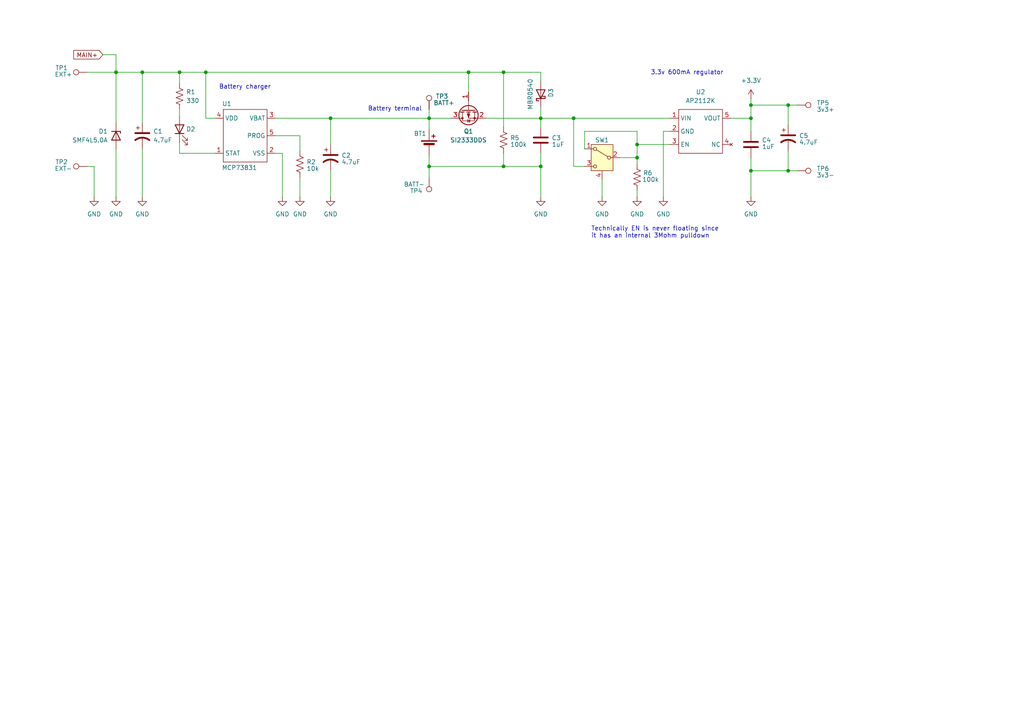
<source format=kicad_sch>
(kicad_sch (version 20231120) (generator "eeschema") (generator_version "8.0")
  (paper "A4")
  (title_block (title "Wearable battery board"))
  (lib_symbols
    (symbol "Connector:TestPoint" (pin_numbers hide) (pin_names (offset 0.762) hide)
      (property "Reference" "TP" (at 0 6.858 0))
      (property "Value" "TestPoint" (at 0 5.08 0))
      (symbol "TestPoint_0_1"
        (circle (center 0 3.302) (radius 0.762))
      )
      (symbol "TestPoint_1_1"
        (pin passive line (at 0 0 90) (length 2.54) (name "1") (number "1"))
      )
    )
    (symbol "Device:Battery_Cell" (pin_numbers hide) (pin_names (offset 0) hide)
      (property "Reference" "BT" (at 2.54 2.54 0))
      (property "Value" "Battery_Cell" (at 2.54 0 0))
      (symbol "Battery_Cell_0_1"
        (rectangle (start -2.286 1.778) (end 2.286 1.524) (fill (type outline)))
        (rectangle (start -1.524 1.016) (end 1.524 0.508) (fill (type outline)))
        (polyline (pts (xy 0 0.762) (xy 0 0)))
        (polyline (pts (xy 0 1.778) (xy 0 2.54)))
        (polyline (pts (xy 0.762 3.048) (xy 1.778 3.048)) (stroke (width 0.254)))
        (polyline (pts (xy 1.27 3.556) (xy 1.27 2.54)) (stroke (width 0.254)))
      )
      (symbol "Battery_Cell_1_1"
        (pin passive line (at 0 5.08 270) (length 2.54) (name "+") (number "1"))
        (pin passive line (at 0 -2.54 90) (length 2.54) (name "-") (number "2"))
      )
    )
    (symbol "Device:C" (pin_numbers hide) (pin_names (offset 0.254))
      (property "Reference" "C" (at 0.635 2.54 0))
      (property "Value" "C" (at 0.635 -2.54 0))
      (symbol "C_0_1"
        (polyline (pts (xy -2.032 -0.762) (xy 2.032 -0.762)) (stroke (width 0.508)))
        (polyline (pts (xy -2.032 0.762) (xy 2.032 0.762)) (stroke (width 0.508)))
      )
      (symbol "C_1_1"
        (pin passive line (at 0 3.81 270) (length 2.794) (name "~") (number "1"))
        (pin passive line (at 0 -3.81 90) (length 2.794) (name "~") (number "2"))
      )
    )
    (symbol "Device:C_Polarized_US" (pin_numbers hide) (pin_names (offset 0.254) hide)
      (property "Reference" "C" (at 0.635 2.54 0))
      (property "Value" "C_Polarized_US" (at 0.635 -2.54 0))
      (symbol "C_Polarized_US_0_1"
        (polyline (pts (xy -2.032 0.762) (xy 2.032 0.762)) (stroke (width 0.508)))
        (polyline (pts (xy -1.778 2.286) (xy -0.762 2.286)))
        (polyline (pts (xy -1.27 1.778) (xy -1.27 2.794)))
        (arc (start 2.032 -1.27) (mid 0 -0.5572) (end -2.032 -1.27) (stroke (width 0.508)))
      )
      (symbol "C_Polarized_US_1_1"
        (pin passive line (at 0 3.81 270) (length 2.794) (name "~") (number "1"))
        (pin passive line (at 0 -3.81 90) (length 3.302) (name "~") (number "2"))
      )
    )
    (symbol "Device:D_Zener" (pin_numbers hide) (pin_names (offset 1.016) hide)
      (property "Reference" "D" (at 0 2.54 0))
      (property "Value" "D_Zener" (at 0 -2.54 0))
      (symbol "D_Zener_0_1"
        (polyline (pts (xy 1.27 0) (xy -1.27 0)))
        (polyline (pts (xy -1.27 -1.27) (xy -1.27 1.27) (xy -0.762 1.27)) (stroke (width 0.254)))
        (polyline (pts (xy 1.27 -1.27) (xy 1.27 1.27) (xy -1.27 0) (xy 1.27 -1.27)) (stroke (width 0.254)))
      )
      (symbol "D_Zener_1_1"
        (pin passive line (at -3.81 0 0) (length 2.54) (name "K") (number "1"))
        (pin passive line (at 3.81 0 180) (length 2.54) (name "A") (number "2"))
      )
    )
    (symbol "Device:LED" (pin_numbers hide) (pin_names (offset 1.016) hide)
      (property "Reference" "D" (at 0 2.54 0))
      (property "Value" "LED" (at 0 -2.54 0))
      (symbol "LED_0_1"
        (polyline (pts (xy -1.27 -1.27) (xy -1.27 1.27)) (stroke (width 0.254)))
        (polyline (pts (xy -1.27 0) (xy 1.27 0)))
        (polyline (pts (xy 1.27 -1.27) (xy 1.27 1.27) (xy -1.27 0) (xy 1.27 -1.27)) (stroke (width 0.254)))
        (polyline (pts (xy -3.048 -0.762) (xy -4.572 -2.286) (xy -3.81 -2.286) (xy -4.572 -2.286) (xy -4.572 -1.524)))
        (polyline (pts (xy -1.778 -0.762) (xy -3.302 -2.286) (xy -2.54 -2.286) (xy -3.302 -2.286) (xy -3.302 -1.524)))
      )
      (symbol "LED_1_1"
        (pin passive line (at -3.81 0 0) (length 2.54) (name "K") (number "1"))
        (pin passive line (at 3.81 0 180) (length 2.54) (name "A") (number "2"))
      )
    )
    (symbol "Device:Q_PMOS_GSD" (pin_names (offset 0) hide)
      (property "Reference" "Q" (at 5.08 1.27 0))
      (property "Value" "Q_PMOS_GSD" (at 5.08 -1.27 0))
      (symbol "Q_PMOS_GSD_0_1"
        (polyline (pts (xy 0.254 0) (xy -2.54 0)))
        (polyline (pts (xy 0.254 1.905) (xy 0.254 -1.905)) (stroke (width 0.254)))
        (polyline (pts (xy 0.762 -1.27) (xy 0.762 -2.286)) (stroke (width 0.254)))
        (polyline (pts (xy 0.762 0.508) (xy 0.762 -0.508)) (stroke (width 0.254)))
        (polyline (pts (xy 0.762 2.286) (xy 0.762 1.27)) (stroke (width 0.254)))
        (polyline (pts (xy 2.54 2.54) (xy 2.54 1.778)))
        (polyline (pts (xy 2.54 -2.54) (xy 2.54 0) (xy 0.762 0)))
        (polyline (pts (xy 0.762 1.778) (xy 3.302 1.778) (xy 3.302 -1.778) (xy 0.762 -1.778)))
        (polyline (pts (xy 2.286 0) (xy 1.27 0.381) (xy 1.27 -0.381) (xy 2.286 0)) (fill (type outline)))
        (polyline (pts (xy 2.794 -0.508) (xy 2.921 -0.381) (xy 3.683 -0.381) (xy 3.81 -0.254)))
        (polyline (pts (xy 3.302 -0.381) (xy 2.921 0.254) (xy 3.683 0.254) (xy 3.302 -0.381)))
        (circle (center 1.651 0) (radius 2.794) (stroke (width 0.254)))
        (circle (center 2.54 -1.778) (radius 0.254) (fill (type outline)))
        (circle (center 2.54 1.778) (radius 0.254) (fill (type outline)))
      )
      (symbol "Q_PMOS_GSD_1_1"
        (pin input line (at -5.08 0 0) (length 2.54) (name "G") (number "1"))
        (pin passive line (at 2.54 -5.08 90) (length 2.54) (name "S") (number "2"))
        (pin passive line (at 2.54 5.08 270) (length 2.54) (name "D") (number "3"))
      )
    )
    (symbol "Device:R_US" (pin_numbers hide) (pin_names (offset 0))
      (property "Reference" "R" (at 2.54 0 90))
      (property "Value" "R_US" (at -2.54 0 90))
      (symbol "R_US_0_1"
        (polyline (pts (xy 0 -2.286) (xy 0 -2.54)))
        (polyline (pts (xy 0 2.286) (xy 0 2.54)))
        (polyline (pts (xy 0 -0.762) (xy 1.016 -1.143) (xy 0 -1.524) (xy -1.016 -1.905) (xy 0 -2.286)))
        (polyline (pts (xy 0 0.762) (xy 1.016 0.381) (xy 0 0) (xy -1.016 -0.381) (xy 0 -0.762)))
        (polyline (pts (xy 0 2.286) (xy 1.016 1.905) (xy 0 1.524) (xy -1.016 1.143) (xy 0 0.762)))
      )
      (symbol "R_US_1_1"
        (pin passive line (at 0 3.81 270) (length 1.27) (name "~") (number "1"))
        (pin passive line (at 0 -3.81 90) (length 1.27) (name "~") (number "2"))
      )
    )
    (symbol "Diode:MBR0540" (pin_numbers hide) (pin_names (offset 1.016) hide)
      (property "Reference" "D" (at 0 2.54 0))
      (property "Value" "MBR0540" (at 0 -2.54 0))
      (symbol "MBR0540_0_1"
        (polyline (pts (xy 1.27 0) (xy -1.27 0)))
        (polyline (pts (xy 1.27 1.27) (xy 1.27 -1.27) (xy -1.27 0) (xy 1.27 1.27)) (stroke (width 0.254)))
        (polyline (pts (xy -1.905 0.635) (xy -1.905 1.27) (xy -1.27 1.27) (xy -1.27 -1.27) (xy -0.635 -1.27) (xy -0.635 -0.635)) (stroke (width 0.254)))
      )
      (symbol "MBR0540_1_1"
        (pin passive line (at -3.81 0 0) (length 2.54) (name "K") (number "1"))
        (pin passive line (at 3.81 0 180) (length 2.54) (name "A") (number "2"))
      )
    )
    (symbol "power:+3.3V" (power) (pin_numbers hide) (pin_names (offset 0) hide)
      (property "Value" "+3.3V" (at 0 3.556 0))
      (symbol "+3.3V_0_1"
        (polyline (pts (xy -0.762 1.27) (xy 0 2.54)))
        (polyline (pts (xy 0 0) (xy 0 2.54)))
        (polyline (pts (xy 0 2.54) (xy 0.762 1.27)))
      )
      (symbol "+3.3V_1_1"
        (pin power_in line (at 0 0 90) (length 0) (name "~") (number "1"))
      )
    )
    (symbol "power:GND" (power) (pin_numbers hide) (pin_names (offset 0) hide)
      (property "Value" "GND" (at 0 -3.81 0))
      (symbol "GND_0_1"
        (polyline (pts (xy 0 0) (xy 0 -1.27) (xy 1.27 -1.27) (xy 0 -2.54) (xy -1.27 -1.27) (xy 0 -1.27)))
      )
      (symbol "GND_1_1"
        (pin power_in line (at 0 0 270) (length 0) (name "~") (number "1"))
      )
    )
    (symbol "wearable_battery_board:AP2112K"
      (property "Reference" "U" (at -5.08 7.62 0))
      (property "Value" "AP2112K" (at -1.27 -7.62 0))
      (symbol "AP2112K_0_1"
        (rectangle (start -6.35 6.35) (end 6.35 -6.35))
      )
      (symbol "AP2112K_1_1"
        (pin power_in line (at -8.89 3.81 0) (length 2.54) (name "VIN") (number "1"))
        (pin power_in line (at -8.89 0 0) (length 2.54) (name "GND") (number "2"))
        (pin input line (at -8.89 -3.81 0) (length 2.54) (name "EN") (number "3"))
        (pin no_connect line (at 8.89 -3.81 180) (length 2.54) (name "NC") (number "4"))
        (pin power_out line (at 8.89 3.81 180) (length 2.54) (name "VOUT") (number "5"))
      )
    )
    (symbol "wearable_battery_board:MCP73831"
      (property "Reference" "U" (at -5.08 8.89 0))
      (property "Value" "MCP73831" (at -1.27 -8.89 0))
      (symbol "MCP73831_0_1"
        (rectangle (start -6.35 7.62) (end 6.35 -7.62))
      )
      (symbol "MCP73831_1_1"
        (pin output line (at -8.89 -5.08 0) (length 2.54) (name "STAT") (number "1"))
        (pin power_in line (at 8.89 -5.08 180) (length 2.54) (name "VSS") (number "2"))
        (pin power_out line (at 8.89 5.08 180) (length 2.54) (name "VBAT") (number "3"))
        (pin power_in line (at -8.89 5.08 0) (length 2.54) (name "VDD") (number "4"))
        (pin input line (at 8.89 0 180) (length 2.54) (name "PROG") (number "5"))
      )
    )
    (symbol "wearable_battery_board:SW_SPDT" (pin_names (offset 0) hide)
      (property "Reference" "SW" (at 0 5.08 0))
      (property "Value" "SW_SPDT" (at 0 -5.08 0))
      (symbol "SW_SPDT_0_1"
        (circle (center -2.032 0) (radius 0.4572))
        (polyline (pts (xy -1.651 0.254) (xy 1.651 2.286)))
        (circle (center 2.032 -2.54) (radius 0.4572))
        (circle (center 2.032 2.54) (radius 0.4572))
      )
      (symbol "SW_SPDT_1_1"
        (rectangle (start -3.175 3.81) (end 3.175 -3.81) (fill (type background)))
        (pin passive line (at 5.08 2.54 180) (length 2.54) (name "A") (number "1"))
        (pin passive line (at -5.08 0 0) (length 2.54) (name "B") (number "2"))
        (pin passive line (at 5.08 -2.54 180) (length 2.54) (name "C") (number "3"))
        (pin input line (at 0 -6.35 90) (length 2.54) (name "GND") (number "4"))
      )
    )
  )
  (junction (at 52.07 20.955))
  (junction (at 33.655 20.955))
  (junction (at 166.37 34.29))
  (junction (at 124.46 48.26))
  (junction (at 41.275 20.955))
  (junction (at 124.46 34.29))
  (junction (at 184.785 41.91))
  (junction (at 228.6 30.48))
  (junction (at 217.805 49.53))
  (junction (at 228.6 49.53))
  (junction (at 217.805 30.48))
  (junction (at 146.05 20.955))
  (junction (at 217.805 34.29))
  (junction (at 135.89 20.955))
  (junction (at 95.885 34.29))
  (junction (at 156.845 48.26))
  (junction (at 184.785 45.72))
  (junction (at 146.05 48.26))
  (junction (at 156.845 34.29))
  (junction (at 59.69 20.955))
  (wire (pts (xy 156.845 44.45) (xy 156.845 48.26)))
  (wire (pts (xy 52.07 20.955) (xy 59.69 20.955)))
  (wire (pts (xy 124.46 48.26) (xy 124.46 51.562)))
  (wire (pts (xy 124.46 48.26) (xy 146.05 48.26)))
  (wire (pts (xy 146.05 48.26) (xy 146.05 44.45)))
  (wire (pts (xy 25.4 20.955) (xy 33.655 20.955)))
  (wire (pts (xy 217.805 49.53) (xy 217.805 57.15)))
  (wire (pts (xy 146.05 20.955) (xy 156.845 20.955)))
  (wire (pts (xy 25.4 48.26) (xy 27.305 48.26)))
  (wire (pts (xy 124.46 31.75) (xy 124.46 34.29)))
  (wire (pts (xy 86.995 39.37) (xy 86.995 43.815)))
  (wire (pts (xy 194.31 38.1) (xy 192.405 38.1)))
  (wire (pts (xy 146.05 48.26) (xy 156.845 48.26)))
  (wire (pts (xy 59.69 20.955) (xy 59.69 34.29)))
  (wire (pts (xy 135.89 20.955) (xy 146.05 20.955)))
  (wire (pts (xy 80.01 34.29) (xy 95.885 34.29)))
  (wire (pts (xy 81.915 44.45) (xy 81.915 57.15)))
  (wire (pts (xy 33.655 15.875) (xy 33.655 20.955)))
  (wire (pts (xy 166.37 48.26) (xy 169.545 48.26)))
  (wire (pts (xy 156.845 34.29) (xy 156.845 36.83)))
  (wire (pts (xy 59.69 34.29) (xy 62.23 34.29)))
  (wire (pts (xy 41.275 20.955) (xy 41.275 35.56)))
  (wire (pts (xy 156.845 34.29) (xy 166.37 34.29)))
  (wire (pts (xy 184.785 41.91) (xy 184.785 38.1)))
  (wire (pts (xy 166.37 34.29) (xy 194.31 34.29)))
  (wire (pts (xy 135.89 20.955) (xy 135.89 26.67)))
  (wire (pts (xy 156.845 48.26) (xy 156.845 57.15)))
  (wire (pts (xy 228.6 49.53) (xy 231.14 49.53)))
  (wire (pts (xy 217.805 49.53) (xy 228.6 49.53)))
  (wire (pts (xy 156.845 20.955) (xy 156.845 23.495)))
  (wire (pts (xy 52.07 31.75) (xy 52.07 33.655)))
  (wire (pts (xy 95.885 34.29) (xy 124.46 34.29)))
  (wire (pts (xy 192.405 38.1) (xy 192.405 57.15)))
  (wire (pts (xy 41.275 20.955) (xy 52.07 20.955)))
  (wire (pts (xy 146.05 20.955) (xy 146.05 36.83)))
  (wire (pts (xy 52.07 20.955) (xy 52.07 24.13)))
  (wire (pts (xy 33.655 20.955) (xy 41.275 20.955)))
  (wire (pts (xy 52.07 44.45) (xy 52.07 41.275)))
  (wire (pts (xy 156.845 31.115) (xy 156.845 34.29)))
  (wire (pts (xy 29.845 15.875) (xy 33.655 15.875)))
  (wire (pts (xy 228.6 43.815) (xy 228.6 49.53)))
  (wire (pts (xy 86.995 51.435) (xy 86.995 57.15)))
  (wire (pts (xy 124.46 34.29) (xy 124.46 37.465)))
  (wire (pts (xy 184.785 41.91) (xy 194.31 41.91)))
  (wire (pts (xy 179.705 45.72) (xy 184.785 45.72)))
  (wire (pts (xy 95.885 49.53) (xy 95.885 57.15)))
  (wire (pts (xy 184.785 45.72) (xy 184.785 41.91)))
  (wire (pts (xy 33.655 43.18) (xy 33.655 57.15)))
  (wire (pts (xy 140.97 34.29) (xy 156.845 34.29)))
  (wire (pts (xy 228.6 30.48) (xy 231.14 30.48)))
  (wire (pts (xy 184.785 55.245) (xy 184.785 57.15)))
  (wire (pts (xy 217.805 45.72) (xy 217.805 49.53)))
  (wire (pts (xy 80.01 39.37) (xy 86.995 39.37)))
  (wire (pts (xy 174.625 52.07) (xy 174.625 57.15)))
  (wire (pts (xy 124.46 45.085) (xy 124.46 48.26)))
  (wire (pts (xy 52.07 44.45) (xy 62.23 44.45)))
  (wire (pts (xy 217.805 28.575) (xy 217.805 30.48)))
  (wire (pts (xy 41.275 43.18) (xy 41.275 57.15)))
  (wire (pts (xy 59.69 20.955) (xy 135.89 20.955)))
  (wire (pts (xy 169.545 38.1) (xy 169.545 43.18)))
  (wire (pts (xy 217.805 30.48) (xy 217.805 34.29)))
  (wire (pts (xy 166.37 34.29) (xy 166.37 48.26)))
  (wire (pts (xy 217.805 30.48) (xy 228.6 30.48)))
  (wire (pts (xy 212.09 34.29) (xy 217.805 34.29)))
  (wire (pts (xy 27.305 48.26) (xy 27.305 57.15)))
  (wire (pts (xy 184.785 38.1) (xy 169.545 38.1)))
  (wire (pts (xy 33.655 20.955) (xy 33.655 35.56)))
  (wire (pts (xy 95.885 34.29) (xy 95.885 41.91)))
  (wire (pts (xy 228.6 30.48) (xy 228.6 36.195)))
  (wire (pts (xy 124.46 34.29) (xy 130.81 34.29)))
  (wire (pts (xy 80.01 44.45) (xy 81.915 44.45)))
  (wire (pts (xy 217.805 34.29) (xy 217.805 38.1)))
  (wire (pts (xy 184.785 45.72) (xy 184.785 47.625)))
  (text "Technically EN is never floating since\nit has an internal 3Mohm pulldown" (at 171.45 69.215 0) (effects (font (size 1.27 1.27)) (justify left bottom)))
  (text "Battery charger" (at 63.5 26.035 0) (effects (font (size 1.27 1.27)) (justify left bottom)))
  (text "3.3v 600mA regulator" (at 188.6966 21.8694 0) (effects (font (size 1.27 1.27)) (justify left bottom)))
  (text "Battery terminal" (at 106.68 32.385 0) (effects (font (size 1.27 1.27)) (justify left bottom)))
  (global_label "MAIN+" (shape input) (at 29.845 15.875 180) (property "Intersheetrefs" "${INTERSHEET_REFS}" (effects (hide yes))))
  (symbol (lib_id "power:GND") (at 81.915 57.15 0) (unit 1)
    (property "Reference" "#PWR05" (effects (hide yes)))
    (property "Value" "GND" (at 81.915 62.103 0))
    (property "Description" "Power symbol creates a global label with name \"GND\" , ground" (effects (hide yes)))
  )
  (symbol (lib_id "Device:Q_PMOS_GSD") (at 135.89 31.75 90) (mirror x) (unit 1)
    (property "Reference" "Q1" (at 135.89 38.1 90))
    (property "Value" "SI2333DDS" (at 135.89 40.64 90))
    (property "Footprint" "wearable_battery_board:SOT-23-3" (effects (hide yes)))
    (property "Description" "P-MOSFET transistor, gate/source/drain" (effects (hide yes)))
  )
  (symbol (lib_id "Device:C_Polarized_US") (at 228.6 40.005 0) (unit 1)
    (property "Reference" "C5" (at 231.775 39.37 0) (effects (justify left)))
    (property "Value" "4.7uF" (at 231.775 41.275 0) (effects (justify left)))
    (property "Footprint" "Capacitor_Tantalum_SMD:CP_EIA-2012-15_AVX-P" (effects (hide yes)))
    (property "Description" "Polarized capacitor, US symbol" (effects (hide yes)))
  )
  (symbol (lib_id "power:+3.3V") (at 217.805 28.575 0) (unit 1)
    (property "Reference" "#PWR02" (effects (hide yes)))
    (property "Value" "+3.3V" (at 217.805 23.368 0))
    (property "Description" "Power symbol creates a global label with name \"+3.3V\"" (effects (hide yes)))
  )
  (symbol (lib_id "wearable_battery_board:SW_SPDT") (at 174.625 45.72 0) (mirror y) (unit 1)
    (property "Reference" "SW1" (at 174.625 40.64 0))
    (property "Value" "SW_SPDT" (effects (hide yes)))
    (property "Footprint" "wearable_battery_board:CUS-12TB_NDC" (effects (hide yes)))
    (property "Description" "Switch, single pole double throw" (effects (hide yes)))
  )
  (symbol (lib_id "Connector:TestPoint") (at 124.46 31.75 0) (unit 1)
    (property "Reference" "TP3" (at 126.365 27.94 0) (effects (justify left)))
    (property "Value" "BATT+" (at 125.73 29.845 0) (effects (justify left)))
    (property "Footprint" "TestPoint:TestPoint_Pad_2.0x2.0mm" (effects (hide yes)))
    (property "Description" "test point" (effects (hide yes)))
  )
  (symbol (lib_id "Device:R_US") (at 52.07 27.94 0) (unit 1)
    (property "Reference" "R1" (at 53.975 26.67 0) (effects (justify left)))
    (property "Value" "330" (at 53.975 29.21 0) (effects (justify left)))
    (property "Footprint" "Resistor_SMD:R_0603_1608Metric" (effects (hide yes)))
    (property "Description" "Resistor, US symbol" (effects (hide yes)))
  )
  (symbol (lib_id "Device:C_Polarized_US") (at 41.275 39.37 0) (unit 1)
    (property "Reference" "C1" (at 44.45 38.1 0) (effects (justify left)))
    (property "Value" "4.7uF" (at 44.45 40.64 0) (effects (justify left)))
    (property "Footprint" "Capacitor_Tantalum_SMD:CP_EIA-2012-15_AVX-P" (effects (hide yes)))
    (property "Description" "Polarized capacitor, US symbol" (effects (hide yes)))
  )
  (symbol (lib_id "Device:R_US") (at 86.995 47.625 0) (unit 1)
    (property "Reference" "R2" (at 88.9 46.99 0) (effects (justify left)))
    (property "Value" "10k" (at 88.9 48.895 0) (effects (justify left)))
    (property "Footprint" "Resistor_SMD:R_0603_1608Metric" (effects (hide yes)))
    (property "Description" "Resistor, US symbol" (effects (hide yes)))
  )
  (symbol (lib_id "power:GND") (at 41.275 57.15 0) (unit 1)
    (property "Reference" "#PWR011" (effects (hide yes)))
    (property "Value" "GND" (at 41.275 62.103 0))
    (property "Description" "Power symbol creates a global label with name \"GND\" , ground" (effects (hide yes)))
  )
  (symbol (lib_id "Diode:MBR0540") (at 156.845 27.305 90) (unit 1)
    (property "Reference" "D3" (at 159.766 26.924 0))
    (property "Value" "MBR0540" (at 153.797 27.305 0))
    (property "Footprint" "Diode_SMD:D_SOD-123" (effects (hide yes)))
    (property "Datasheet" "http://www.mccsemi.com/up_pdf/MBR0520~MBR0580(SOD123).pdf" (effects (hide yes)))
    (property "Description" "40V 0.5A Schottky Power Rectifier Diode, SOD-123" (effects (hide yes)))
  )
  (symbol (lib_id "power:GND") (at 174.625 57.15 0) (unit 1)
    (property "Reference" "#PWR012" (effects (hide yes)))
    (property "Value" "GND" (at 174.625 62.103 0))
    (property "Description" "Power symbol creates a global label with name \"GND\" , ground" (effects (hide yes)))
  )
  (symbol (lib_id "power:GND") (at 33.655 57.15 0) (unit 1)
    (property "Reference" "#PWR09" (effects (hide yes)))
    (property "Value" "GND" (at 33.655 62.103 0))
    (property "Description" "Power symbol creates a global label with name \"GND\" , ground" (effects (hide yes)))
  )
  (symbol (lib_id "Device:Battery_Cell") (at 124.46 42.545 0) (unit 1) (on_board no)
    (property "Reference" "BT1" (at 120.015 38.735 0) (effects (justify left)))
    (property "Value" "Battery_Cell" (effects (hide yes)))
    (property "Description" "Single-cell battery" (effects (hide yes)))
  )
  (symbol (lib_id "power:GND") (at 156.845 57.15 0) (unit 1)
    (property "Reference" "#PWR04" (effects (hide yes)))
    (property "Value" "GND" (at 156.845 62.103 0))
    (property "Description" "Power symbol creates a global label with name \"GND\" , ground" (effects (hide yes)))
  )
  (symbol (lib_id "Connector:TestPoint") (at 124.46 51.562 180) (unit 1)
    (property "Reference" "TP4" (at 122.555 55.372 0) (effects (justify left)))
    (property "Value" "BATT-" (at 123.19 53.467 0) (effects (justify left)))
    (property "Footprint" "TestPoint:TestPoint_Pad_2.0x2.0mm" (effects (hide yes)))
    (property "Description" "test point" (effects (hide yes)))
  )
  (symbol (lib_id "Device:C") (at 156.845 40.64 0) (unit 1)
    (property "Reference" "C3" (at 160.02 40.005 0) (effects (justify left)))
    (property "Value" "1uF" (at 160.02 41.91 0) (effects (justify left)))
    (property "Footprint" "Capacitor_SMD:C_0603_1608Metric" (effects (hide yes)))
    (property "Description" "Unpolarized capacitor" (effects (hide yes)))
  )
  (symbol (lib_id "Connector:TestPoint") (at 25.4 20.955 90) (unit 1)
    (property "Reference" "TP1" (at 19.685 19.685 90) (effects (justify left)))
    (property "Value" "EXT+" (at 20.955 21.59 90) (effects (justify left)))
    (property "Footprint" "TestPoint:TestPoint_Pad_2.0x2.0mm" (effects (hide yes)))
    (property "Description" "test point" (effects (hide yes)))
  )
  (symbol (lib_id "Device:LED") (at 52.07 37.465 90) (unit 1)
    (property "Reference" "D2" (at 53.975 37.465 90) (effects (justify right)))
    (property "Value" "LED" (effects (hide yes)))
    (property "Footprint" "LED_SMD:LED_0603_1608Metric" (effects (hide yes)))
    (property "Description" "Light emitting diode" (effects (hide yes)))
  )
  (symbol (lib_id "power:GND") (at 95.885 57.15 0) (unit 1)
    (property "Reference" "#PWR010" (effects (hide yes)))
    (property "Value" "GND" (at 95.885 62.103 0))
    (property "Description" "Power symbol creates a global label with name \"GND\" , ground" (effects (hide yes)))
  )
  (symbol (lib_id "Connector:TestPoint") (at 25.4 48.26 90) (unit 1)
    (property "Reference" "TP2" (at 19.685 46.99 90) (effects (justify left)))
    (property "Value" "EXT-" (at 20.955 48.895 90) (effects (justify left)))
    (property "Footprint" "TestPoint:TestPoint_Pad_2.0x2.0mm" (effects (hide yes)))
    (property "Description" "test point" (effects (hide yes)))
  )
  (symbol (lib_id "Device:D_Zener") (at 33.655 39.37 270) (unit 1)
    (property "Reference" "D1" (at 28.575 38.1 90) (effects (justify left)))
    (property "Value" "SMF4L5.0A" (at 20.955 40.64 90) (effects (justify left)))
    (property "Footprint" "Diode_SMD:D_SOD-123F" (effects (hide yes)))
    (property "Description" "Zener diode" (effects (hide yes)))
  )
  (symbol (lib_id "Device:R_US") (at 146.05 40.64 0) (unit 1)
    (property "Reference" "R5" (at 147.955 40.005 0) (effects (justify left)))
    (property "Value" "100k" (at 147.955 41.91 0) (effects (justify left)))
    (property "Footprint" "Resistor_SMD:R_0603_1608Metric" (effects (hide yes)))
    (property "Description" "Resistor, US symbol" (effects (hide yes)))
  )
  (symbol (lib_id "power:GND") (at 27.305 57.15 0) (unit 1)
    (property "Reference" "#PWR08" (effects (hide yes)))
    (property "Value" "GND" (at 27.305 62.103 0))
    (property "Description" "Power symbol creates a global label with name \"GND\" , ground" (effects (hide yes)))
  )
  (symbol (lib_id "power:GND") (at 217.805 57.15 0) (unit 1)
    (property "Reference" "#PWR01" (effects (hide yes)))
    (property "Value" "GND" (at 217.805 62.103 0))
    (property "Description" "Power symbol creates a global label with name \"GND\" , ground" (effects (hide yes)))
  )
  (symbol (lib_id "Device:C") (at 217.805 41.91 0) (unit 1)
    (property "Reference" "C4" (at 220.98 40.64 0) (effects (justify left)))
    (property "Value" "1uF" (at 220.98 42.545 0) (effects (justify left)))
    (property "Footprint" "Capacitor_SMD:C_0603_1608Metric" (effects (hide yes)))
    (property "Description" "Unpolarized capacitor" (effects (hide yes)))
  )
  (symbol (lib_id "power:GND") (at 184.785 57.15 0) (unit 1)
    (property "Reference" "#PWR03" (effects (hide yes)))
    (property "Value" "GND" (at 184.785 62.103 0))
    (property "Description" "Power symbol creates a global label with name \"GND\" , ground" (effects (hide yes)))
  )
  (symbol (lib_id "Device:R_US") (at 184.785 51.435 180) (unit 1)
    (property "Reference" "R6" (at 189.23 50.165 0) (effects (justify left)))
    (property "Value" "100k" (at 191.135 52.07 0) (effects (justify left)))
    (property "Footprint" "Resistor_SMD:R_0603_1608Metric" (effects (hide yes)))
    (property "Description" "Resistor, US symbol" (effects (hide yes)))
  )
  (symbol (lib_id "Connector:TestPoint") (at 231.14 30.48 270) (unit 1)
    (property "Reference" "TP5" (at 236.855 29.845 90) (effects (justify left)))
    (property "Value" "3v3+" (at 236.855 31.75 90) (effects (justify left)))
    (property "Footprint" "TestPoint:TestPoint_Pad_2.0x2.0mm" (effects (hide yes)))
    (property "Description" "test point" (effects (hide yes)))
  )
  (symbol (lib_id "wearable_battery_board:MCP73831") (at 71.12 39.37 0) (unit 1)
    (property "Reference" "U1" (at 65.786 30.099 0))
    (property "Value" "MCP73831" (at 69.469 48.641 0))
    (property "Footprint" "Package_TO_SOT_SMD:SOT-23-5" (effects (hide yes)))
  )
  (symbol (lib_id "power:GND") (at 86.995 57.15 0) (unit 1)
    (property "Reference" "#PWR07" (effects (hide yes)))
    (property "Value" "GND" (at 86.995 62.103 0))
    (property "Description" "Power symbol creates a global label with name \"GND\" , ground" (effects (hide yes)))
  )
  (symbol (lib_id "Connector:TestPoint") (at 231.14 49.53 270) (unit 1)
    (property "Reference" "TP6" (at 236.855 48.895 90) (effects (justify left)))
    (property "Value" "3v3-" (at 236.855 50.8 90) (effects (justify left)))
    (property "Footprint" "TestPoint:TestPoint_Pad_2.0x2.0mm" (effects (hide yes)))
    (property "Description" "test point" (effects (hide yes)))
  )
  (symbol (lib_id "wearable_battery_board:AP2112K") (at 203.2 38.1 0) (unit 1)
    (property "Reference" "U2" (at 203.2 26.67 0))
    (property "Value" "AP2112K" (at 203.2 29.21 0))
    (property "Footprint" "Package_TO_SOT_SMD:SOT-23-5" (effects (hide yes)))
    (property "Description" "Fixed 3.3v regulator, 600mA, with enable" (effects (hide yes)))
  )
  (symbol (lib_id "Device:C_Polarized_US") (at 95.885 45.72 0) (unit 1)
    (property "Reference" "C2" (at 99.06 45.085 0) (effects (justify left)))
    (property "Value" "4.7uF" (at 99.06 46.99 0) (effects (justify left)))
    (property "Footprint" "Capacitor_Tantalum_SMD:CP_EIA-2012-15_AVX-P" (effects (hide yes)))
    (property "Description" "Polarized capacitor, US symbol" (effects (hide yes)))
  )
  (symbol (lib_id "power:GND") (at 192.405 57.15 0) (unit 1)
    (property "Reference" "#PWR06" (effects (hide yes)))
    (property "Value" "GND" (at 192.405 62.103 0))
    (property "Description" "Power symbol creates a global label with name \"GND\" , ground" (effects (hide yes)))
  )
)
</source>
